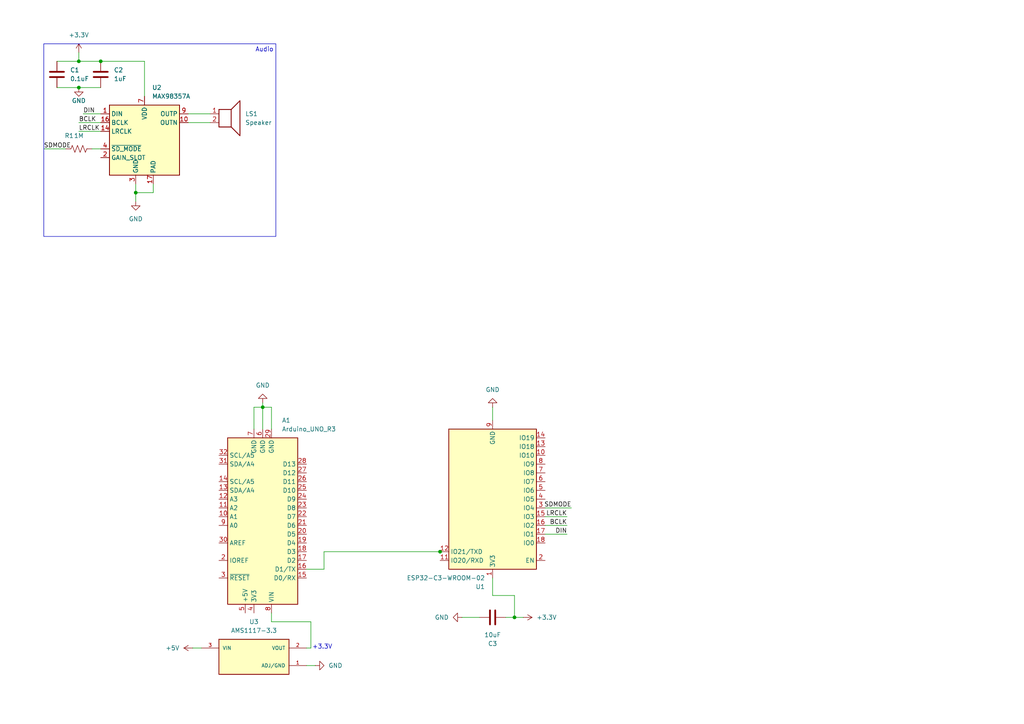
<source format=kicad_sch>
(kicad_sch (version 20231120) (generator "eeschema") (generator_version "8.0")
  (paper "A4")
  (lib_symbols
    (symbol "AMS1117-3.3:AMS1117-3.3" (pin_names (offset 1.016))
      (property "Reference" "U" (at -10.1766 5.5971 0))
      (property "Value" "AMS1117-3.3" (at -10.1692 -8.1354 0))
      (symbol "AMS1117-3.3_0_0"
        (rectangle (start -10.16 -5.08) (end 10.16 5.08) (stroke (width 0.254)) (fill (type background)))
        (pin power_in line (at 15.24 -2.54 180) (length 5.08) (name "ADJ/GND") (number "1"))
        (pin output line (at 15.24 2.54 180) (length 5.08) (name "VOUT") (number "2"))
        (pin input line (at -15.24 2.54 0) (length 5.08) (name "VIN") (number "3"))
      )
    )
    (symbol "Audio:MAX98357A"
      (property "Reference" "U" (at -8.89 11.43 0))
      (property "Value" "MAX98357A" (at 10.16 11.43 0))
      (symbol "MAX98357A_1_1"
        (rectangle (start -10.16 10.16) (end 10.16 -10.16) (stroke (width 0.254)) (fill (type background)))
        (pin input line (at -12.7 7.62 0) (length 2.54) (name "DIN") (number "1"))
        (pin output line (at 12.7 5.08 180) (length 2.54) (name "OUTN") (number "10"))
        (pin passive line (at -2.54 -12.7 90) (length 2.54) hide (name "GND") (number "11"))
        (pin no_connect line (at 10.16 -5.08 180) (length 2.54) hide (name "NC") (number "12"))
        (pin no_connect line (at 10.16 -7.62 180) (length 2.54) hide (name "NC") (number "13"))
        (pin input line (at -12.7 2.54 0) (length 2.54) (name "LRCLK") (number "14"))
        (pin passive line (at -2.54 -12.7 90) (length 2.54) hide (name "GND") (number "15"))
        (pin input line (at -12.7 5.08 0) (length 2.54) (name "BCLK") (number "16"))
        (pin unspecified line (at 2.54 -12.7 90) (length 2.54) (name "PAD") (number "17"))
        (pin passive line (at -12.7 -5.08 0) (length 2.54) (name "GAIN_SLOT") (number "2"))
        (pin power_in line (at -2.54 -12.7 90) (length 2.54) (name "GND") (number "3"))
        (pin input line (at -12.7 -2.54 0) (length 2.54) (name "~{SD_MODE}") (number "4"))
        (pin no_connect line (at 10.16 2.54 180) (length 2.54) hide (name "NC") (number "5"))
        (pin no_connect line (at 10.16 0 180) (length 2.54) hide (name "NC") (number "6"))
        (pin power_in line (at 0 12.7 270) (length 2.54) (name "VDD") (number "7"))
        (pin passive line (at 0 12.7 270) (length 2.54) hide (name "VDD") (number "8"))
        (pin output line (at 12.7 7.62 180) (length 2.54) (name "OUTP") (number "9"))
      )
    )
    (symbol "Device:C" (pin_numbers hide) (pin_names (offset 0.254))
      (property "Reference" "C" (at 0.635 2.54 0))
      (property "Value" "C" (at 0.635 -2.54 0))
      (symbol "C_0_1"
        (polyline (pts (xy -2.032 -0.762) (xy 2.032 -0.762)) (stroke (width 0.508)))
        (polyline (pts (xy -2.032 0.762) (xy 2.032 0.762)) (stroke (width 0.508)))
      )
      (symbol "C_1_1"
        (pin passive line (at 0 3.81 270) (length 2.794) (name "~") (number "1"))
        (pin passive line (at 0 -3.81 90) (length 2.794) (name "~") (number "2"))
      )
    )
    (symbol "Device:R_US" (pin_numbers hide) (pin_names (offset 0))
      (property "Reference" "R" (at 2.54 0 90))
      (property "Value" "R_US" (at -2.54 0 90))
      (symbol "R_US_0_1"
        (polyline (pts (xy 0 -2.286) (xy 0 -2.54)))
        (polyline (pts (xy 0 2.286) (xy 0 2.54)))
        (polyline (pts (xy 0 -0.762) (xy 1.016 -1.143) (xy 0 -1.524) (xy -1.016 -1.905) (xy 0 -2.286)))
        (polyline (pts (xy 0 0.762) (xy 1.016 0.381) (xy 0 0) (xy -1.016 -0.381) (xy 0 -0.762)))
        (polyline (pts (xy 0 2.286) (xy 1.016 1.905) (xy 0 1.524) (xy -1.016 1.143) (xy 0 0.762)))
      )
      (symbol "R_US_1_1"
        (pin passive line (at 0 3.81 270) (length 1.27) (name "~") (number "1"))
        (pin passive line (at 0 -3.81 90) (length 1.27) (name "~") (number "2"))
      )
    )
    (symbol "Device:Speaker" (pin_names (offset 0) hide)
      (property "Reference" "LS" (at 1.27 5.715 0))
      (property "Value" "Speaker" (at 1.27 3.81 0))
      (symbol "Speaker_0_0"
        (rectangle (start -2.54 1.27) (end 1.016 -3.81) (stroke (width 0.254)))
        (polyline (pts (xy 1.016 1.27) (xy 3.556 3.81) (xy 3.556 -6.35) (xy 1.016 -3.81)) (stroke (width 0.254)))
      )
      (symbol "Speaker_1_1"
        (pin input line (at -5.08 0 0) (length 2.54) (name "1") (number "1"))
        (pin input line (at -5.08 -2.54 0) (length 2.54) (name "2") (number "2"))
      )
    )
    (symbol "MCU_Module:Arduino_UNO_R3"
      (property "Reference" "A" (at -10.16 23.495 0))
      (property "Value" "Arduino_UNO_R3" (at 5.08 -26.67 0))
      (symbol "Arduino_UNO_R3_0_1"
        (rectangle (start -10.16 22.86) (end 10.16 -25.4) (stroke (width 0.254)) (fill (type background)))
      )
      (symbol "Arduino_UNO_R3_1_1"
        (pin no_connect line (at -10.16 -20.32 0) (length 2.54) hide (name "NC") (number "1"))
        (pin bidirectional line (at 12.7 -2.54 180) (length 2.54) (name "A1") (number "10"))
        (pin bidirectional line (at 12.7 -5.08 180) (length 2.54) (name "A2") (number "11"))
        (pin bidirectional line (at 12.7 -7.62 180) (length 2.54) (name "A3") (number "12"))
        (pin bidirectional line (at 12.7 -10.16 180) (length 2.54) (name "SDA/A4") (number "13"))
        (pin bidirectional line (at 12.7 -12.7 180) (length 2.54) (name "SCL/A5") (number "14"))
        (pin bidirectional line (at -12.7 15.24 0) (length 2.54) (name "D0/RX") (number "15"))
        (pin bidirectional line (at -12.7 12.7 0) (length 2.54) (name "D1/TX") (number "16"))
        (pin bidirectional line (at -12.7 10.16 0) (length 2.54) (name "D2") (number "17"))
        (pin bidirectional line (at -12.7 7.62 0) (length 2.54) (name "D3") (number "18"))
        (pin bidirectional line (at -12.7 5.08 0) (length 2.54) (name "D4") (number "19"))
        (pin output line (at 12.7 10.16 180) (length 2.54) (name "IOREF") (number "2"))
        (pin bidirectional line (at -12.7 2.54 0) (length 2.54) (name "D5") (number "20"))
        (pin bidirectional line (at -12.7 0 0) (length 2.54) (name "D6") (number "21"))
        (pin bidirectional line (at -12.7 -2.54 0) (length 2.54) (name "D7") (number "22"))
        (pin bidirectional line (at -12.7 -5.08 0) (length 2.54) (name "D8") (number "23"))
        (pin bidirectional line (at -12.7 -7.62 0) (length 2.54) (name "D9") (number "24"))
        (pin bidirectional line (at -12.7 -10.16 0) (length 2.54) (name "D10") (number "25"))
        (pin bidirectional line (at -12.7 -12.7 0) (length 2.54) (name "D11") (number "26"))
        (pin bidirectional line (at -12.7 -15.24 0) (length 2.54) (name "D12") (number "27"))
        (pin bidirectional line (at -12.7 -17.78 0) (length 2.54) (name "D13") (number "28"))
        (pin power_in line (at -2.54 -27.94 90) (length 2.54) (name "GND") (number "29"))
        (pin input line (at 12.7 15.24 180) (length 2.54) (name "~{RESET}") (number "3"))
        (pin input line (at 12.7 5.08 180) (length 2.54) (name "AREF") (number "30"))
        (pin bidirectional line (at 12.7 -17.78 180) (length 2.54) (name "SDA/A4") (number "31"))
        (pin bidirectional line (at 12.7 -20.32 180) (length 2.54) (name "SCL/A5") (number "32"))
        (pin power_out line (at 2.54 25.4 270) (length 2.54) (name "3V3") (number "4"))
        (pin power_out line (at 5.08 25.4 270) (length 2.54) (name "+5V") (number "5"))
        (pin power_in line (at 0 -27.94 90) (length 2.54) (name "GND") (number "6"))
        (pin power_in line (at 2.54 -27.94 90) (length 2.54) (name "GND") (number "7"))
        (pin power_in line (at -2.54 25.4 270) (length 2.54) (name "VIN") (number "8"))
        (pin bidirectional line (at 12.7 0 180) (length 2.54) (name "A0") (number "9"))
      )
    )
    (symbol "RF_Module:ESP32-C3-WROOM-02"
      (property "Reference" "U" (at -12.192 21.336 0))
      (property "Value" "ESP32-C3-WROOM-02" (at 12.192 21.336 0))
      (symbol "ESP32-C3-WROOM-02_1_1"
        (rectangle (start -12.7 20.32) (end 12.7 -20.32) (stroke (width 0.254)) (fill (type background)))
        (pin power_in line (at 0 22.86 270) (length 2.54) (name "3V3") (number "1"))
        (pin bidirectional line (at -15.24 -12.7 0) (length 2.54) (name "IO10") (number "10"))
        (pin bidirectional line (at 15.24 17.78 180) (length 2.54) (name "IO20/RXD") (number "11"))
        (pin bidirectional line (at 15.24 15.24 180) (length 2.54) (name "IO21/TXD") (number "12"))
        (pin bidirectional line (at -15.24 -15.24 0) (length 2.54) (name "IO18") (number "13"))
        (pin bidirectional line (at -15.24 -17.78 0) (length 2.54) (name "IO19") (number "14"))
        (pin bidirectional line (at -15.24 5.08 0) (length 2.54) (name "IO3") (number "15"))
        (pin bidirectional line (at -15.24 7.62 0) (length 2.54) (name "IO2") (number "16"))
        (pin bidirectional line (at -15.24 10.16 0) (length 2.54) (name "IO1") (number "17"))
        (pin bidirectional line (at -15.24 12.7 0) (length 2.54) (name "IO0") (number "18"))
        (pin passive line (at 0 -22.86 90) (length 2.54) hide (name "GND") (number "19"))
        (pin input line (at -15.24 17.78 0) (length 2.54) (name "EN") (number "2"))
        (pin bidirectional line (at -15.24 2.54 0) (length 2.54) (name "IO4") (number "3"))
        (pin bidirectional line (at -15.24 0 0) (length 2.54) (name "IO5") (number "4"))
        (pin bidirectional line (at -15.24 -2.54 0) (length 2.54) (name "IO6") (number "5"))
        (pin bidirectional line (at -15.24 -5.08 0) (length 2.54) (name "IO7") (number "6"))
        (pin bidirectional line (at -15.24 -7.62 0) (length 2.54) (name "IO8") (number "7"))
        (pin bidirectional line (at -15.24 -10.16 0) (length 2.54) (name "IO9") (number "8"))
        (pin power_in line (at 0 -22.86 90) (length 2.54) (name "GND") (number "9"))
      )
    )
    (symbol "power:+3.3V" (power) (pin_numbers hide) (pin_names (offset 0) hide)
      (property "Value" "+3.3V" (at 0 3.556 0))
      (symbol "+3.3V_0_1"
        (polyline (pts (xy -0.762 1.27) (xy 0 2.54)))
        (polyline (pts (xy 0 0) (xy 0 2.54)))
        (polyline (pts (xy 0 2.54) (xy 0.762 1.27)))
      )
      (symbol "+3.3V_1_1"
        (pin power_in line (at 0 0 90) (length 0) (name "~") (number "1"))
      )
    )
    (symbol "power:+5V" (power) (pin_numbers hide) (pin_names (offset 0) hide)
      (property "Value" "+5V" (at 0 3.556 0))
      (symbol "+5V_0_1"
        (polyline (pts (xy -0.762 1.27) (xy 0 2.54)))
        (polyline (pts (xy 0 0) (xy 0 2.54)))
        (polyline (pts (xy 0 2.54) (xy 0.762 1.27)))
      )
      (symbol "+5V_1_1"
        (pin power_in line (at 0 0 90) (length 0) (name "~") (number "1"))
      )
    )
    (symbol "power:GND" (power) (pin_numbers hide) (pin_names (offset 0) hide)
      (property "Value" "GND" (at 0 -3.81 0))
      (symbol "GND_0_1"
        (polyline (pts (xy 0 0) (xy 0 -1.27) (xy 1.27 -1.27) (xy 0 -2.54) (xy -1.27 -1.27) (xy 0 -1.27)))
      )
      (symbol "GND_1_1"
        (pin power_in line (at 0 0 270) (length 0) (name "~") (number "1"))
      )
    )
  )
  (junction (at 149.225 179.07))
  (junction (at 127.635 160.02))
  (junction (at 76.2 118.11))
  (junction (at 22.86 17.78))
  (junction (at 39.37 55.88))
  (junction (at 29.21 17.78))
  (junction (at 22.86 25.4))
  (wire (pts (xy 16.51 17.78) (xy 22.86 17.78)))
  (wire (pts (xy 151.765 179.07) (xy 149.225 179.07)))
  (wire (pts (xy 22.86 17.78) (xy 22.86 15.24)))
  (wire (pts (xy 93.98 160.02) (xy 127.635 160.02)))
  (wire (pts (xy 78.74 118.11) (xy 76.2 118.11)))
  (wire (pts (xy 55.88 187.96) (xy 58.42 187.96)))
  (wire (pts (xy 22.86 38.1) (xy 29.21 38.1)))
  (wire (pts (xy 41.91 17.78) (xy 41.91 27.94)))
  (wire (pts (xy 88.9 193.04) (xy 91.44 193.04)))
  (wire (pts (xy 164.465 152.4) (xy 158.115 152.4)))
  (wire (pts (xy 88.9 187.96) (xy 90.17 187.96)))
  (wire (pts (xy 90.17 180.34) (xy 78.74 180.34)))
  (wire (pts (xy 78.74 180.34) (xy 78.74 177.8)))
  (wire (pts (xy 164.465 149.86) (xy 158.115 149.86)))
  (wire (pts (xy 29.21 17.78) (xy 41.91 17.78)))
  (wire (pts (xy 127.635 160.02) (xy 128.27 160.02)))
  (wire (pts (xy 139.065 179.07) (xy 133.985 179.07)))
  (wire (pts (xy 164.465 154.94) (xy 158.115 154.94)))
  (wire (pts (xy 22.86 17.78) (xy 29.21 17.78)))
  (wire (pts (xy 39.37 55.88) (xy 44.45 55.88)))
  (wire (pts (xy 26.67 43.18) (xy 29.21 43.18)))
  (wire (pts (xy 149.225 172.72) (xy 149.225 179.07)))
  (wire (pts (xy 39.37 55.88) (xy 39.37 58.42)))
  (wire (pts (xy 142.875 172.72) (xy 149.225 172.72)))
  (wire (pts (xy 73.66 118.11) (xy 76.2 118.11)))
  (wire (pts (xy 54.61 35.56) (xy 60.96 35.56)))
  (wire (pts (xy 93.98 165.1) (xy 88.9 165.1)))
  (wire (pts (xy 22.86 25.4) (xy 29.21 25.4)))
  (wire (pts (xy 142.875 121.92) (xy 142.875 118.11)))
  (wire (pts (xy 22.86 35.56) (xy 29.21 35.56)))
  (wire (pts (xy 73.66 124.46) (xy 73.66 118.11)))
  (wire (pts (xy 16.51 25.4) (xy 22.86 25.4)))
  (wire (pts (xy 12.7 43.18) (xy 19.05 43.18)))
  (wire (pts (xy 39.37 53.34) (xy 39.37 55.88)))
  (wire (pts (xy 44.45 53.34) (xy 44.45 55.88)))
  (wire (pts (xy 165.735 147.32) (xy 158.115 147.32)))
  (wire (pts (xy 54.61 33.02) (xy 60.96 33.02)))
  (wire (pts (xy 93.98 160.02) (xy 93.98 165.1)))
  (wire (pts (xy 76.2 118.11) (xy 76.2 116.84)))
  (wire (pts (xy 142.875 167.64) (xy 142.875 172.72)))
  (wire (pts (xy 90.17 187.96) (xy 90.17 180.34)))
  (wire (pts (xy 24.13 33.02) (xy 29.21 33.02)))
  (wire (pts (xy 76.2 118.11) (xy 76.2 124.46)))
  (wire (pts (xy 78.74 124.46) (xy 78.74 118.11)))
  (wire (pts (xy 149.225 179.07) (xy 146.685 179.07)))
  (rectangle (start 12.7 12.7) (end 80.01 68.58))
  (text "+3.3V\n" (at 93.472 187.706 0) (effects (font (size 1.27 1.27))))
  (text "Audio" (at 76.708 14.478 0) (effects (font (size 1.27 1.27))))
  (label "BCLK" (at 22.86 35.56 0))
  (label "BCLK" (at 164.465 152.4 180))
  (label "SDMODE" (at 165.735 147.32 180))
  (label "DIN" (at 164.465 154.94 180))
  (label "LRCLK" (at 164.465 149.86 180))
  (label "DIN" (at 24.13 33.02 0))
  (label "SDMODE" (at 12.7 43.18 0))
  (label "LRCLK" (at 22.86 38.1 0))
  (symbol (lib_id "power:+3.3V") (at 22.86 15.24 0) (unit 1)
    (property "Reference" "#PWR01" (effects (hide yes)))
    (property "Value" "+3.3V" (at 22.86 10.16 0))
    (property "Description" "Power symbol creates a global label with name \"+3.3V\"" (effects (hide yes)))
  )
  (symbol (lib_id "power:+3.3V") (at 151.765 179.07 270) (unit 1)
    (property "Reference" "#PWR04" (effects (hide yes)))
    (property "Value" "+3.3V" (at 155.575 179.0701 90) (effects (justify left)))
    (property "Description" "Power symbol creates a global label with name \"+3.3V\"" (effects (hide yes)))
  )
  (symbol (lib_id "power:GND") (at 91.44 193.04 90) (unit 1)
    (property "Reference" "#PWR09" (effects (hide yes)))
    (property "Value" "GND" (at 95.25 193.0399 90) (effects (justify right)))
    (property "Description" "Power symbol creates a global label with name \"GND\" , ground" (effects (hide yes)))
  )
  (symbol (lib_id "power:GND") (at 142.875 118.11 180) (unit 1)
    (property "Reference" "#PWR06" (effects (hide yes)))
    (property "Value" "GND" (at 142.875 113.03 0))
    (property "Description" "Power symbol creates a global label with name \"GND\" , ground" (effects (hide yes)))
  )
  (symbol (lib_id "Device:R_US") (at 22.86 43.18 90) (unit 1)
    (property "Reference" "R1" (at 20.066 39.37 90))
    (property "Value" "1M" (at 22.86 39.37 90))
    (property "Description" "Resistor, US symbol" (effects (hide yes)))
  )
  (symbol (lib_id "power:+5V") (at 55.88 187.96 90) (unit 1)
    (property "Reference" "#PWR07" (effects (hide yes)))
    (property "Value" "+5V" (at 52.07 187.9599 90) (effects (justify left)))
    (property "Description" "Power symbol creates a global label with name \"+5V\"" (effects (hide yes)))
  )
  (symbol (lib_id "AMS1117-3.3:AMS1117-3.3") (at 73.66 190.5 0) (unit 1)
    (property "Reference" "U3" (at 73.66 180.34 0))
    (property "Value" "AMS1117-3.3" (at 73.66 182.88 0))
    (property "Footprint" "AMS1117-3.3:SOT229P700X180-4N" (effects (hide yes)))
    (property "MF" "UMW" (effects (hide yes)))
    (property "Description_1" "\n                        \n                            Linear Voltage Regulator IC Positive Fixed 1 Output 1A SOT-223-3L\n                        \n" (effects (hide yes)))
    (property "PACKAGE" "SOT-223 ams" (effects (hide yes)))
    (property "PRICE" "None" (effects (hide yes)))
    (property "Package" "SOT-223-3L UMW" (effects (hide yes)))
    (property "Check_prices" "https://www.snapeda.com/parts/AMS1117-3.3/UMW/view-part/?ref=eda" (effects (hide yes)))
    (property "STANDARD" "IPC-7351B" (effects (hide yes)))
    (property "PARTREV" "NA" (effects (hide yes)))
    (property "SnapEDA_Link" "https://www.snapeda.com/parts/AMS1117-3.3/UMW/view-part/?ref=snap" (effects (hide yes)))
    (property "MP" "AMS1117-3.3" (effects (hide yes)))
    (property "Price" "None" (effects (hide yes)))
    (property "Availability" "In Stock" (effects (hide yes)))
    (property "AVAILABILITY" "Unavailable" (effects (hide yes)))
    (property "MANUFACTURER" "Advanced Mololithic Systems" (effects (hide yes)))
  )
  (symbol (lib_id "Device:Speaker") (at 66.04 33.02 0) (unit 1)
    (property "Reference" "LS1" (at 71.12 33.0199 0) (effects (justify left)))
    (property "Value" "Speaker" (at 71.12 35.5599 0) (effects (justify left)))
    (property "Description" "Speaker" (effects (hide yes)))
  )
  (symbol (lib_id "Device:C") (at 16.51 21.59 0) (unit 1)
    (property "Reference" "C1" (at 20.32 20.3199 0) (effects (justify left)))
    (property "Value" "0.1uF" (at 20.32 22.8599 0) (effects (justify left)))
    (property "Description" "Unpolarized capacitor" (effects (hide yes)))
  )
  (symbol (lib_id "RF_Module:ESP32-C3-WROOM-02") (at 142.875 144.78 180) (unit 1)
    (property "Reference" "U1" (at 140.6809 170.18 0) (effects (justify left)))
    (property "Value" "ESP32-C3-WROOM-02" (at 140.6809 167.64 0) (effects (justify left)))
    (property "Footprint" "RF_Module:ESP32-C3-WROOM-02" (effects (hide yes)))
    (property "Datasheet" "https://www.espressif.com/sites/default/files/documentation/esp32-c3-wroom-02_datasheet_en.pdf" (effects (hide yes)))
    (property "Description" "802.11 b/g/n Wi­Fi and Bluetooth 5 module, ESP32­C3 SoC, RISC­V microprocessor, On-board antenna" (effects (hide yes)))
  )
  (symbol (lib_id "MCU_Module:Arduino_UNO_R3") (at 76.2 152.4 180) (unit 1)
    (property "Reference" "A1" (at 81.7565 121.92 0) (effects (justify right)))
    (property "Value" "Arduino_UNO_R3" (at 81.7565 124.46 0) (effects (justify right)))
    (property "Footprint" "Module:Arduino_UNO_R3" (effects (hide yes)))
    (property "Datasheet" "https://www.arduino.cc/en/Main/arduinoBoardUno" (effects (hide yes)))
    (property "Description" "Arduino UNO Microcontroller Module, release 3" (effects (hide yes)))
  )
  (symbol (lib_id "Audio:MAX98357A") (at 41.91 40.64 0) (unit 1)
    (property "Reference" "U2" (at 44.1041 25.4 0) (effects (justify left)))
    (property "Value" "MAX98357A" (at 44.1041 27.94 0) (effects (justify left)))
    (property "Footprint" "Package_DFN_QFN:TQFN-16-1EP_3x3mm_P0.5mm_EP1.23x1.23mm" (effects (hide yes)))
    (property "Datasheet" "https://www.analog.com/media/en/technical-documentation/data-sheets/MAX98357A-MAX98357B.pdf" (effects (hide yes)))
    (property "Description" "Mono DAC with amplifier, I2S, PCM, TDM, 32-bit, 96khz, 3.2W, TQFP-16" (effects (hide yes)))
  )
  (symbol (lib_id "Device:C") (at 29.21 21.59 0) (unit 1)
    (property "Reference" "C2" (at 33.02 20.3199 0) (effects (justify left)))
    (property "Value" "1uF" (at 33.02 22.8599 0) (effects (justify left)))
    (property "Description" "Unpolarized capacitor" (effects (hide yes)))
  )
  (symbol (lib_id "power:GND") (at 76.2 116.84 180) (unit 1)
    (property "Reference" "#PWR08" (effects (hide yes)))
    (property "Value" "GND" (at 76.2 111.76 0))
    (property "Description" "Power symbol creates a global label with name \"GND\" , ground" (effects (hide yes)))
  )
  (symbol (lib_id "power:GND") (at 22.86 25.4 0) (unit 1)
    (property "Reference" "#PWR03" (effects (hide yes)))
    (property "Value" "GND" (at 22.86 29.21 0))
    (property "Description" "Power symbol creates a global label with name \"GND\" , ground" (effects (hide yes)))
  )
  (symbol (lib_id "power:GND") (at 39.37 58.42 0) (unit 1)
    (property "Reference" "#PWR02" (effects (hide yes)))
    (property "Value" "GND" (at 39.37 63.5 0))
    (property "Description" "Power symbol creates a global label with name \"GND\" , ground" (effects (hide yes)))
  )
  (symbol (lib_id "power:GND") (at 133.985 179.07 270) (unit 1)
    (property "Reference" "#PWR05" (effects (hide yes)))
    (property "Value" "GND" (at 130.175 179.0701 90) (effects (justify right)))
    (property "Description" "Power symbol creates a global label with name \"GND\" , ground" (effects (hide yes)))
  )
  (symbol (lib_id "Device:C") (at 142.875 179.07 270) (unit 1)
    (property "Reference" "C3" (at 142.875 186.69 90))
    (property "Value" "10uF" (at 142.875 184.15 90))
    (property "Description" "Unpolarized capacitor" (effects (hide yes)))
  )
)
</source>
